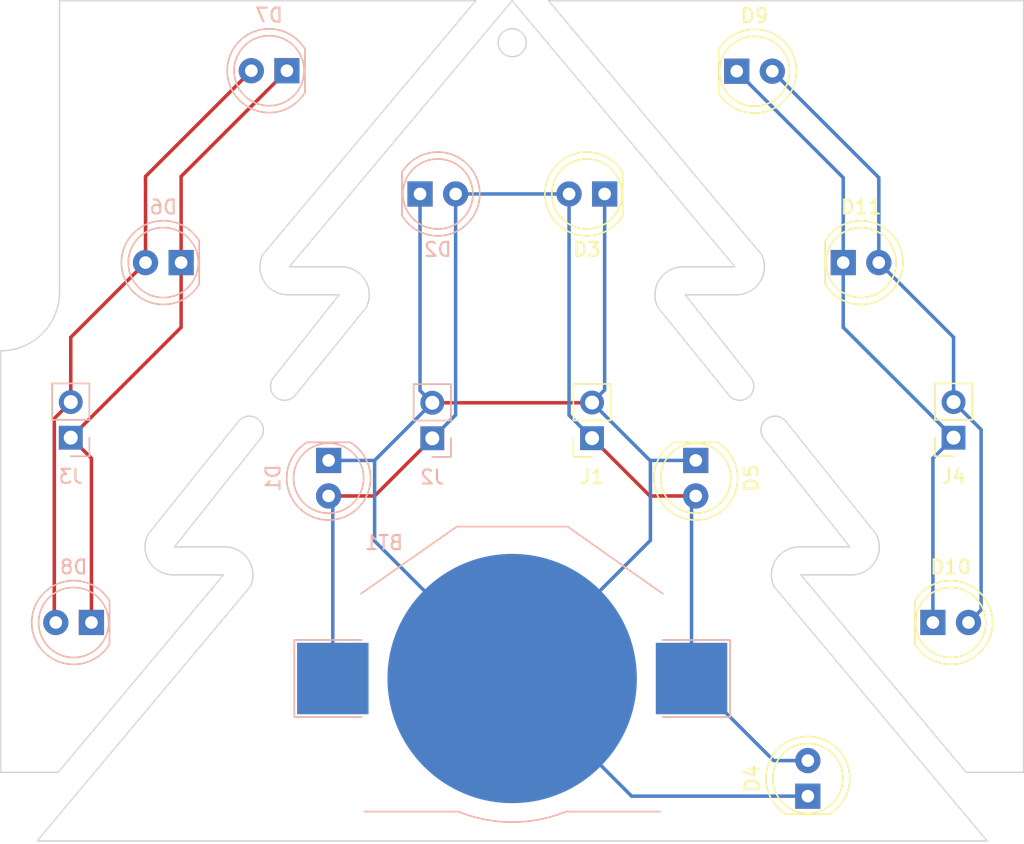
<source format=kicad_pcb>
(kicad_pcb (version 20211014) (generator pcbnew)
  (layers (0 "F.Cu" signal) (31 "B.Cu" signal) (34 "B.Paste" user) (35 "F.Paste" user) (36 "B.SilkS" user "B.Silkscreen") (37 "F.SilkS" user "F.Silkscreen") (38 "B.Mask" user) (39 "F.Mask" user) (44 "Edge.Cuts" user))
  (net 0 "")
  (net 1 "Net-(BT1-Pad1)")
  (net 2 "Net-(BT1-Pad2)")
  (net 3 "Net-(D6-Pad1)")
  (net 4 "Net-(D6-Pad2)")
  (net 5 "Net-(D10-Pad1)")
  (net 6 "Net-(D10-Pad2)")
  (footprint "Connector:mouse-bite-2mm-slot" (layer "F.Cu") (at 124.8 106.1 -128.7)
    (fp_text reference "mouse-bite-2mm-slot" hide)
    (fp_text value "VAL**" hide)
    (fp_arc (start 2 1) (mid 1 0) (end 2 -1) (layer "Edge.Cuts") (width 0.1))
    (fp_arc (start -2 -1) (mid -1 0) (end -2 1) (layer "Edge.Cuts") (width 0.1))
    (pad "" np_thru_hole circle (at 0.75 0.75 231.3) (size 0.5 0.5) (drill 0.5) (layers F&B.Cu *.Mask))
    (pad "" np_thru_hole circle (at 0.75 -0.75 231.3) (size 0.5 0.5) (drill 0.5) (layers F&B.Cu *.Mask))
    (pad "" np_thru_hole circle (at 0 0.75 231.3) (size 0.5 0.5) (drill 0.5) (layers F&B.Cu *.Mask))
    (pad "" np_thru_hole circle (at 0 -0.75 231.3) (size 0.5 0.5) (drill 0.5) (layers F&B.Cu *.Mask))
    (pad "" np_thru_hole circle (at -0.75 0.75 231.3) (size 0.5 0.5) (drill 0.5) (layers F&B.Cu *.Mask))
    (pad "" np_thru_hole circle (at -0.75 -0.75 231.3) (size 0.5 0.5) (drill 0.5) (layers F&B.Cu *.Mask))
  )
  (footprint "LED_THT:LED_D5.0mm" (layer "F.Cu") (at 163.4 133.8 90)
    (fp_text reference "D4" (at 1.27 -3.96 90) (layer "F.SilkS"))
    (fp_text value "LED")
    (fp_line (start -1.29 -1.545) (end -1.29 1.545) (layer "F.SilkS") (width 0.12))
    (fp_arc (start -1.29 -1.54483) (mid 2.072002 -2.880433) (end 4.26 0.000462) (layer "F.SilkS") (width 0.12))
    (fp_arc (start 4.26 -0.000462) (mid 2.072002 2.880433) (end -1.29 1.54483) (layer "F.SilkS") (width 0.12))
    (fp_circle (center 1.27 0) (end 3.77 0) (layer "F.SilkS") (width 0.12) (fill none))
    (pad "1" thru_hole rect (at 0 0 90) (size 1.8 1.8) (drill 0.9) (layers *.Cu *.Mask) (net 2 "Net-(BT1-Pad2)"))
    (pad "2" thru_hole circle (at 2.54 0 90) (size 1.8 1.8) (drill 0.9) (layers *.Cu *.Mask) (net 1 "Net-(BT1-Pad1)"))
  )
  (footprint "Connector_PinSocket_2.54mm:PinSocket_1x02_P2.54mm_Vertical" (layer "F.Cu") (at 173.8 108.2 180)
    (fp_text reference "J4" (at 0 -2.77) (layer "F.SilkS"))
    (fp_text value "Conn_01x02_Female" hide)
    (fp_line (start -1.33 1.27) (end 1.33 1.27) (layer "F.SilkS") (width 0.12))
    (fp_line (start -1.33 1.27) (end -1.33 3.87) (layer "F.SilkS") (width 0.12))
    (fp_line (start -1.33 3.87) (end 1.33 3.87) (layer "F.SilkS") (width 0.12))
    (fp_line (start 1.33 -1.33) (end 1.33 0) (layer "F.SilkS") (width 0.12))
    (fp_line (start 0 -1.33) (end 1.33 -1.33) (layer "F.SilkS") (width 0.12))
    (fp_line (start 1.33 1.27) (end 1.33 3.87) (layer "F.SilkS") (width 0.12))
    (pad "1" thru_hole rect (at 0 0 180) (size 1.7 1.7) (drill 1) (layers *.Cu *.Mask) (net 5 "Net-(D10-Pad1)"))
    (pad "2" thru_hole oval (at 0 2.54 180) (size 1.7 1.7) (drill 1) (layers *.Cu *.Mask) (net 6 "Net-(D10-Pad2)"))
  )
  (footprint "LED_THT:LED_D5.0mm" (layer "F.Cu") (at 165.925 95.7)
    (fp_text reference "D11" (at 1.27 -3.96) (layer "F.SilkS"))
    (fp_text value "LED")
    (fp_line (start -1.29 -1.545) (end -1.29 1.545) (layer "F.SilkS") (width 0.12))
    (fp_arc (start -1.29 -1.54483) (mid 2.072002 -2.880433) (end 4.26 0.000462) (layer "F.SilkS") (width 0.12))
    (fp_arc (start 4.26 -0.000462) (mid 2.072002 2.880433) (end -1.29 1.54483) (layer "F.SilkS") (width 0.12))
    (fp_circle (center 1.27 0) (end 3.77 0) (layer "F.SilkS") (width 0.12) (fill none))
    (pad "1" thru_hole rect (at 0 0) (size 1.8 1.8) (drill 0.9) (layers *.Cu *.Mask) (net 5 "Net-(D10-Pad1)"))
    (pad "2" thru_hole circle (at 2.54 0) (size 1.8 1.8) (drill 0.9) (layers *.Cu *.Mask) (net 6 "Net-(D10-Pad2)"))
  )
  (footprint "LED_THT:LED_D5.0mm" (layer "F.Cu") (at 172.325 121.4)
    (fp_text reference "D10" (at 1.27 -3.96) (layer "F.SilkS"))
    (fp_text value "LED")
    (fp_line (start -1.29 -1.545) (end -1.29 1.545) (layer "F.SilkS") (width 0.12))
    (fp_arc (start 4.26 -0.000462) (mid 2.072002 2.880433) (end -1.29 1.54483) (layer "F.SilkS") (width 0.12))
    (fp_arc (start -1.29 -1.54483) (mid 2.072002 -2.880433) (end 4.26 0.000462) (layer "F.SilkS") (width 0.12))
    (fp_circle (center 1.27 0) (end 3.77 0) (layer "F.SilkS") (width 0.12) (fill none))
    (pad "1" thru_hole rect (at 0 0) (size 1.8 1.8) (drill 0.9) (layers *.Cu *.Mask) (net 5 "Net-(D10-Pad1)"))
    (pad "2" thru_hole circle (at 2.54 0) (size 1.8 1.8) (drill 0.9) (layers *.Cu *.Mask) (net 6 "Net-(D10-Pad2)"))
  )
  (footprint "Connector_PinSocket_2.54mm:PinSocket_1x02_P2.54mm_Vertical" (layer "F.Cu") (at 148 108.235 180)
    (fp_text reference "J1" (at 0 -2.77) (layer "F.SilkS"))
    (fp_text value "Conn_01x02_Female" hide)
    (fp_line (start -1.33 1.27) (end 1.33 1.27) (layer "F.SilkS") (width 0.12))
    (fp_line (start 1.33 -1.33) (end 1.33 0) (layer "F.SilkS") (width 0.12))
    (fp_line (start 0 -1.33) (end 1.33 -1.33) (layer "F.SilkS") (width 0.12))
    (fp_line (start -1.33 3.87) (end 1.33 3.87) (layer "F.SilkS") (width 0.12))
    (fp_line (start -1.33 1.27) (end -1.33 3.87) (layer "F.SilkS") (width 0.12))
    (fp_line (start 1.33 1.27) (end 1.33 3.87) (layer "F.SilkS") (width 0.12))
    (pad "1" thru_hole rect (at 0 0 180) (size 1.7 1.7) (drill 1) (layers *.Cu *.Mask) (net 1 "Net-(BT1-Pad1)"))
    (pad "2" thru_hole oval (at 0 2.54 180) (size 1.7 1.7) (drill 1) (layers *.Cu *.Mask) (net 2 "Net-(BT1-Pad2)"))
  )
  (footprint "LED_THT:LED_D5.0mm" (layer "F.Cu") (at 148.9 90.8 180)
    (fp_text reference "D3" (at 1.27 -3.96) (layer "F.SilkS"))
    (fp_text value "LED")
    (fp_line (start -1.29 -1.545) (end -1.29 1.545) (layer "F.SilkS") (width 0.12))
    (fp_arc (start -1.29 -1.54483) (mid 2.072002 -2.880433) (end 4.26 0.000462) (layer "F.SilkS") (width 0.12))
    (fp_arc (start 4.26 -0.000462) (mid 2.072002 2.880433) (end -1.29 1.54483) (layer "F.SilkS") (width 0.12))
    (fp_circle (center 1.27 0) (end 3.77 0) (layer "F.SilkS") (width 0.12) (fill none))
    (pad "1" thru_hole rect (at 0 0 180) (size 1.8 1.8) (drill 0.9) (layers *.Cu *.Mask) (net 2 "Net-(BT1-Pad2)"))
    (pad "2" thru_hole circle (at 2.54 0 180) (size 1.8 1.8) (drill 0.9) (layers *.Cu *.Mask) (net 1 "Net-(BT1-Pad1)"))
  )
  (footprint "LED_THT:LED_D5.0mm" (layer "F.Cu") (at 158.325 82.035)
    (fp_text reference "D9" (at 1.27 -3.96) (layer "F.SilkS"))
    (fp_text value "LED")
    (fp_line (start -1.29 -1.545) (end -1.29 1.545) (layer "F.SilkS") (width 0.12))
    (fp_arc (start 4.26 -0.000462) (mid 2.072002 2.880433) (end -1.29 1.54483) (layer "F.SilkS") (width 0.12))
    (fp_arc (start -1.29 -1.54483) (mid 2.072002 -2.880433) (end 4.26 0.000462) (layer "F.SilkS") (width 0.12))
    (fp_circle (center 1.27 0) (end 3.77 0) (layer "F.SilkS") (width 0.12) (fill none))
    (pad "1" thru_hole rect (at 0 0) (size 1.8 1.8) (drill 0.9) (layers *.Cu *.Mask) (net 5 "Net-(D10-Pad1)"))
    (pad "2" thru_hole circle (at 2.54 0) (size 1.8 1.8) (drill 0.9) (layers *.Cu *.Mask) (net 6 "Net-(D10-Pad2)"))
  )
  (footprint "LED_THT:LED_D5.0mm" (layer "F.Cu") (at 155.4 109.825 -90)
    (fp_text reference "D5" (at 1.27 -3.96 90) (layer "F.SilkS"))
    (fp_text value "LED")
    (fp_line (start -1.29 -1.545) (end -1.29 1.545) (layer "F.SilkS") (width 0.12))
    (fp_arc (start 4.26 -0.000462) (mid 2.072002 2.880433) (end -1.29 1.54483) (layer "F.SilkS") (width 0.12))
    (fp_arc (start -1.29 -1.54483) (mid 2.072002 -2.880433) (end 4.26 0.000462) (layer "F.SilkS") (width 0.12))
    (fp_circle (center 1.27 0) (end 3.77 0) (layer "F.SilkS") (width 0.12) (fill none))
    (pad "1" thru_hole rect (at 0 0 270) (size 1.8 1.8) (drill 0.9) (layers *.Cu *.Mask) (net 2 "Net-(BT1-Pad2)"))
    (pad "2" thru_hole circle (at 2.54 0 270) (size 1.8 1.8) (drill 0.9) (layers *.Cu *.Mask) (net 1 "Net-(BT1-Pad1)"))
  )
  (footprint "LED_THT:LED_D5.0mm" (layer "B.Cu") (at 112.275 121.4 180)
    (fp_text reference "D8" (at 1.27 3.96) (layer "B.SilkS") (effects (justify mirror)))
    (fp_text value "LED")
    (fp_line (start -1.29 1.545) (end -1.29 -1.545) (layer "B.SilkS") (width 0.12))
    (fp_arc (start 4.26 -0.000462) (mid 2.072002 2.880433) (end -1.29 1.54483) (layer "B.SilkS") (width 0.12))
    (fp_arc (start -1.29 -1.54483) (mid 2.072002 -2.880433) (end 4.26 0.000462) (layer "B.SilkS") (width 0.12))
    (fp_circle (center 1.27 0) (end 3.77 0) (layer "B.SilkS") (width 0.12) (fill none))
    (pad "1" thru_hole rect (at 0 0 180) (size 1.8 1.8) (drill 0.9) (layers *.Cu *.Mask) (net 3 "Net-(D6-Pad1)"))
    (pad "2" thru_hole circle (at 2.54 0 180) (size 1.8 1.8) (drill 0.9) (layers *.Cu *.Mask) (net 4 "Net-(D6-Pad2)"))
  )
  (footprint "LED_THT:LED_D5.0mm" (layer "B.Cu") (at 126.225 82 180)
    (fp_text reference "D7" (at 1.27 3.96) (layer "B.SilkS") (effects (justify mirror)))
    (fp_text value "LED")
    (fp_line (start -1.29 1.545) (end -1.29 -1.545) (layer "B.SilkS") (width 0.12))
    (fp_arc (start 4.26 -0.000462) (mid 2.072002 2.880433) (end -1.29 1.54483) (layer "B.SilkS") (width 0.12))
    (fp_arc (start -1.29 -1.54483) (mid 2.072002 -2.880433) (end 4.26 0.000462) (layer "B.SilkS") (width 0.12))
    (fp_circle (center 1.27 0) (end 3.77 0) (layer "B.SilkS") (width 0.12) (fill none))
    (pad "1" thru_hole rect (at 0 0 180) (size 1.8 1.8) (drill 0.9) (layers *.Cu *.Mask) (net 3 "Net-(D6-Pad1)"))
    (pad "2" thru_hole circle (at 2.54 0 180) (size 1.8 1.8) (drill 0.9) (layers *.Cu *.Mask) (net 4 "Net-(D6-Pad2)"))
  )
  (footprint "Battery:BatteryHolder_Keystone_3002_1x2032" (layer "B.Cu") (at 142.3 125.4)
    (fp_text reference "BT1" (at -9.15 -9.7) (layer "B.SilkS") (effects (justify mirror)))
    (fp_text value "3V")
    (fp_line (start 15.55 2.75) (end 10.75 2.75) (layer "B.SilkS") (width 0.12))
    (fp_line (start -10.75 2.75) (end -15.55 2.75) (layer "B.SilkS") (width 0.12))
    (fp_line (start 10.75 -2.75) (end 15.55 -2.75) (layer "B.SilkS") (width 0.12))
    (fp_line (start 10.55 9.5) (end 3.85 9.5) (layer "B.SilkS") (width 0.12))
    (fp_line (start 15.55 -2.75) (end 15.55 2.75) (layer "B.SilkS") (width 0.12))
    (fp_line (start -15.55 -2.75) (end -10.75 -2.75) (layer "B.SilkS") (width 0.12))
    (fp_line (start -10.55 9.5) (end -3.85 9.5) (layer "B.SilkS") (width 0.12))
    (fp_line (start -3.95 -10.85) (end 3.95 -10.85) (layer "B.SilkS") (width 0.12))
    (fp_line (start -15.55 2.75) (end -15.55 -2.75) (layer "B.SilkS") (width 0.12))
    (fp_line (start -10.8 -6.05) (end -3.95 -10.85) (layer "B.SilkS") (width 0.12))
    (fp_line (start 3.95 -10.85) (end 10.75 -6.05) (layer "B.SilkS") (width 0.12))
    (fp_arc (start 3.85 9.5) (mid 0.00195 10.250488) (end -3.846385 9.501464) (layer "B.SilkS") (width 0.12))
    (pad "1" smd rect (at 12.8 0) (size 5.1 5.1) (layers "B.Cu" "B.Paste" "B.Mask") (net 1 "Net-(BT1-Pad1)"))
    (pad "1" smd rect (at -12.8 0) (size 5.1 5.1) (layers "B.Cu" "B.Paste" "B.Mask") (net 1 "Net-(BT1-Pad1)"))
    (pad "2" smd circle (at 0 0) (size 17.8 17.8) (layers "B.Cu" "B.Mask") (net 2 "Net-(BT1-Pad2)"))
  )
  (footprint "LED_THT:LED_D5.0mm" (layer "B.Cu") (at 129.2 109.825 -90)
    (fp_text reference "D1" (at 1.27 3.96 90) (layer "B.SilkS") (effects (justify mirror)))
    (fp_text value "LED")
    (fp_line (start -1.29 1.545) (end -1.29 -1.545) (layer "B.SilkS") (width 0.12))
    (fp_arc (start 4.26 -0.000462) (mid 2.072002 2.880433) (end -1.29 1.54483) (layer "B.SilkS") (width 0.12))
    (fp_arc (start -1.29 -1.54483) (mid 2.072002 -2.880433) (end 4.26 0.000462) (layer "B.SilkS") (width 0.12))
    (fp_circle (center 1.27 0) (end 3.77 0) (layer "B.SilkS") (width 0.12) (fill none))
    (pad "1" thru_hole rect (at 0 0 270) (size 1.8 1.8) (drill 0.9) (layers *.Cu *.Mask) (net 2 "Net-(BT1-Pad2)"))
    (pad "2" thru_hole circle (at 2.54 0 270) (size 1.8 1.8) (drill 0.9) (layers *.Cu *.Mask) (net 1 "Net-(BT1-Pad1)"))
  )
  (footprint "LED_THT:LED_D5.0mm" (layer "B.Cu") (at 118.675 95.7 180)
    (fp_text reference "D6" (at 1.27 3.96) (layer "B.SilkS") (effects (justify mirror)))
    (fp_text value "LED")
    (fp_line (start -1.29 1.545) (end -1.29 -1.545) (layer "B.SilkS") (width 0.12))
    (fp_arc (start 4.26 -0.000462) (mid 2.072002 2.880433) (end -1.29 1.54483) (layer "B.SilkS") (width 0.12))
    (fp_arc (start -1.29 -1.54483) (mid 2.072002 -2.880433) (end 4.26 0.000462) (layer "B.SilkS") (width 0.12))
    (fp_circle (center 1.27 0) (end 3.77 0) (layer "B.SilkS") (width 0.12) (fill none))
    (pad "1" thru_hole rect (at 0 0 180) (size 1.8 1.8) (drill 0.9) (layers *.Cu *.Mask) (net 3 "Net-(D6-Pad1)"))
    (pad "2" thru_hole circle (at 2.54 0 180) (size 1.8 1.8) (drill 0.9) (layers *.Cu *.Mask) (net 4 "Net-(D6-Pad2)"))
  )
  (footprint "Connector_PinSocket_2.54mm:PinSocket_1x02_P2.54mm_Vertical" (layer "B.Cu") (at 110.8 108.2)
    (fp_text reference "J3" (at 0 2.77) (layer "B.SilkS") (effects (justify mirror)))
    (fp_text value "Conn_01x02_Female" hide)
    (fp_line (start 1.33 1.33) (end 1.33 0) (layer "B.SilkS") (width 0.12))
    (fp_line (start -1.33 -1.27) (end 1.33 -1.27) (layer "B.SilkS") (width 0.12))
    (fp_line (start -1.33 -3.87) (end 1.33 -3.87) (layer "B.SilkS") (width 0.12))
    (fp_line (start 1.33 -1.27) (end 1.33 -3.87) (layer "B.SilkS") (width 0.12))
    (fp_line (start 0 1.33) (end 1.33 1.33) (layer "B.SilkS") (width 0.12))
    (fp_line (start -1.33 -1.27) (end -1.33 -3.87) (layer "B.SilkS") (width 0.12))
    (pad "1" thru_hole rect locked (at 0 0) (size 1.7 1.7) (drill 1) (layers *.Cu *.Mask) (net 3 "Net-(D6-Pad1)"))
    (pad "2" thru_hole oval (at 0 -2.54) (size 1.7 1.7) (drill 1) (layers *.Cu *.Mask) (net 4 "Net-(D6-Pad2)"))
  )
  (footprint "Connector:mouse-bite-2mm-slot" (layer "B.Cu") (at 159.8 106.1 -51.3)
    (fp_text reference "mouse-bite-2mm-slot" hide)
    (fp_text value "VAL**" hide)
    (fp_arc (start -2 -1) (mid -1 0) (end -2 1) (layer "Edge.Cuts") (width 0.1))
    (fp_arc (start 2 1) (mid 1 0) (end 2 -1) (layer "Edge.Cuts") (width 0.1))
    (pad "" np_thru_hole circle (at 0.75 -0.75 308.7) (size 0.5 0.5) (drill 0.5) (layers *.Cu *.Mask))
    (pad "" np_thru_hole circle (at 0 0.75 308.7) (size 0.5 0.5) (drill 0.5) (layers *.Cu *.Mask))
    (pad "" np_thru_hole circle (at -0.75 0.75 308.7) (size 0.5 0.5) (drill 0.5) (layers *.Cu *.Mask))
    (pad "" np_thru_hole circle (at 0 -0.75 308.7) (size 0.5 0.5) (drill 0.5) (layers *.Cu *.Mask))
    (pad "" np_thru_hole circle (at 0.75 0.75 308.7) (size 0.5 0.5) (drill 0.5) (layers *.Cu *.Mask))
    (pad "" np_thru_hole circle (at -0.75 -0.75 308.7) (size 0.5 0.5) (drill 0.5) (layers *.Cu *.Mask))
  )
  (footprint "Connector_PinSocket_2.54mm:PinSocket_1x02_P2.54mm_Vertical" (layer "B.Cu") (at 136.6 108.25)
    (fp_text reference "J2" (at 0 2.77) (layer "B.SilkS") (effects (justify mirror)))
    (fp_text value "Conn_01x02_Female" hide)
    (fp_line (start 1.33 1.33) (end 1.33 0) (layer "B.SilkS") (width 0.12))
    (fp_line (start 1.33 -1.27) (end 1.33 -3.87) (layer "B.SilkS") (width 0.12))
    (fp_line (start -1.33 -1.27) (end 1.33 -1.27) (layer "B.SilkS") (width 0.12))
    (fp_line (start -1.33 -1.27) (end -1.33 -3.87) (layer "B.SilkS") (width 0.12))
    (fp_line (start 0 1.33) (end 1.33 1.33) (layer "B.SilkS") (width 0.12))
    (fp_line (start -1.33 -3.87) (end 1.33 -3.87) (layer "B.SilkS") (width 0.12))
    (pad "1" thru_hole rect (at 0 0) (size 1.7 1.7) (drill 1) (layers *.Cu *.Mask) (net 1 "Net-(BT1-Pad1)"))
    (pad "2" thru_hole oval (at 0 -2.54) (size 1.7 1.7) (drill 1) (layers *.Cu *.Mask) (net 2 "Net-(BT1-Pad2)"))
  )
  (footprint "LED_THT:LED_D5.0mm" (layer "B.Cu") (at 135.725 90.8)
    (fp_text reference "D2" (at 1.27 3.96) (layer "B.SilkS") (effects (justify mirror)))
    (fp_text value "LED")
    (fp_line (start -1.29 1.545) (end -1.29 -1.545) (layer "B.SilkS") (width 0.12))
    (fp_arc (start -1.29 -1.54483) (mid 2.072002 -2.880433) (end 4.26 0.000462) (layer "B.SilkS") (width 0.12))
    (fp_arc (start 4.26 -0.000462) (mid 2.072002 2.880433) (end -1.29 1.54483) (layer "B.SilkS") (width 0.12))
    (fp_circle (center 1.27 0) (end 3.77 0) (layer "B.SilkS") (width 0.12) (fill none))
    (pad "1" thru_hole rect (at 0 0) (size 1.8 1.8) (drill 0.9) (layers *.Cu *.Mask) (net 2 "Net-(BT1-Pad2)"))
    (pad "2" thru_hole circle (at 2.54 0) (size 1.8 1.8) (drill 0.9) (layers *.Cu *.Mask) (net 1 "Net-(BT1-Pad1)"))
  )
  (gr_line (start 178.8 77) (end 144.9 77) (layer "Edge.Cuts") (width 0.1))
  (gr_line (start 161.830916 107.035618) (end 168.288854 115.105573) (layer "Edge.Cuts") (width 0.1))
  (gr_line (start 162.9 118) (end 174.7 132.1) (layer "Edge.Cuts") (width 0.1))
  (gr_line (start 158.3 98) (end 154.65 98) (layer "Edge.Cuts") (width 0.1))
  (gr_arc (start 160.103046 95.134538) (mid 159.992767 97.065147) (end 158.3 98) (layer "Edge.Cuts") (width 0.1))
  (gr_arc (start 130.1 96) (mid 131.801302 96.948538) (end 131.888854 98.894427) (layer "Edge.Cuts") (width 0.1))
  (gr_line (start 124.496954 95.134538) (end 139.7 77) (layer "Edge.Cuts") (width 0.1))
  (gr_line (start 125.270055 103.913897) (end 129.95 98) (layer "Edge.Cuts") (width 0.1))
  (gr_arc (start 126.3 98) (mid 124.607232 97.065147) (end 124.496954 95.134538) (layer "Edge.Cuts") (width 0.1))
  (gr_line (start 121.7 118) (end 118.1 118) (layer "Edge.Cuts") (width 0.1))
  (gr_arc (start 152.7 98.9) (mid 152.787574 96.954123) (end 154.488854 96.005573) (layer "Edge.Cuts") (width 0.1))
  (gr_line (start 166.4 116) (end 160.270055 108.286103) (layer "Edge.Cuts") (width 0.1))
  (gr_arc (start 118.1 118) (mid 116.398698 117.051462) (end 116.311146 115.105573) (layer "Edge.Cuts") (width 0.1))
  (gr_line (start 166.4 116) (end 162.8 116) (layer "Edge.Cuts") (width 0.1))
  (gr_line (start 131.888854 98.894427) (end 126.830916 105.164382) (layer "Edge.Cuts") (width 0.1))
  (gr_line (start 166.5 118) (end 162.9 118) (layer "Edge.Cuts") (width 0.1))
  (gr_line (start 160.976157 118.820729) (end 176.2 137) (layer "Edge.Cuts") (width 0.1))
  (gr_line (start 178.8 132.1) (end 178.8 77) (layer "Edge.Cuts") (width 0.1))
  (gr_arc (start 121.8 116) (mid 123.479503 116.914058) (end 123.623843 118.820729) (layer "Edge.Cuts") (width 0.1))
  (gr_line (start 176.2 137) (end 108.4 137) (layer "Edge.Cuts") (width 0.1))
  (gr_line (start 124.329945 108.286103) (end 118.2 116) (layer "Edge.Cuts") (width 0.1))
  (gr_line (start 105.8 102) (end 105.8 132.1) (layer "Edge.Cuts") (width 0.1))
  (gr_line (start 158.2 96) (end 154.488854 96.005573) (layer "Edge.Cuts") (width 0.1))
  (gr_line (start 109.9 132.1) (end 121.7 118) (layer "Edge.Cuts") (width 0.1))
  (gr_line (start 105.8 132.1) (end 109.9 132.1) (layer "Edge.Cuts") (width 0.1))
  (gr_arc (start 168.288854 115.105573) (mid 168.201301 117.051462) (end 166.5 118) (layer "Edge.Cuts") (width 0.1))
  (gr_line (start 130.1 96) (end 126.4 96) (layer "Edge.Cuts") (width 0.1))
  (gr_line (start 154.65 98) (end 159.329945 103.913897) (layer "Edge.Cuts") (width 0.1))
  (gr_line (start 139.7 77) (end 110 77) (layer "Edge.Cuts") (width 0.1))
  (gr_line (start 126.4 96) (end 142.3 77) (layer "Edge.Cuts") (width 0.1))
  (gr_line (start 110 97.8) (end 110 77) (layer "Edge.Cuts") (width 0.1))
  (gr_line (start 116.311146 115.105573) (end 122.769084 107.035618) (layer "Edge.Cuts") (width 0.1))
  (gr_line (start 142.3 77) (end 158.2 96) (layer "Edge.Cuts") (width 0.1))
  (gr_line (start 157.769084 105.164382) (end 152.7 98.9) (layer "Edge.Cuts") (width 0.1))
  (gr_line (start 174.7 132.1) (end 178.8 132.1) (layer "Edge.Cuts") (width 0.1))
  (gr_line (start 121.8 116) (end 118.2 116) (layer "Edge.Cuts") (width 0.1))
  (gr_line (start 144.9 77) (end 160.103046 95.134538) (layer "Edge.Cuts") (width 0.1))
  (gr_arc (start 160.976157 118.820729) (mid 161.120498 116.914058) (end 162.8 116) (layer "Edge.Cuts") (width 0.1))
  (gr_arc (start 110 97.8) (mid 108.770083 100.770083) (end 105.8 102) (layer "Edge.Cuts") (width 0.1))
  (gr_circle (center 142.3 80) (end 142.3 81) (layer "Edge.Cuts") (width 0.1) (fill none))
  (gr_line (start 108.4 137) (end 123.623843 118.820729) (layer "Edge.Cuts") (width 0.1))
  (gr_line (start 129.95 98) (end 126.3 98) (layer "Edge.Cuts") (width 0.1))
  (segment (start 132.485 112.365) (end 136.6 108.25) (width 0.25) (layer "F.Cu") (net 1))
  (segment (start 155.4 112.365) (end 152.13 112.365) (width 0.25) (layer "F.Cu") (net 1))
  (segment (start 152.13 112.365) (end 148 108.235) (width 0.25) (layer "F.Cu") (net 1))
  (segment (start 129.2 112.365) (end 132.485 112.365) (width 0.25) (layer "F.Cu") (net 1))
  (segment (start 129.5 112.665) (end 129.2 112.365) (width 0.25) (layer "B.Cu") (net 1))
  (segment (start 138.265 106.585) (end 138.265 90.8) (width 0.25) (layer "B.Cu") (net 1))
  (segment (start 148 108.235) (end 146.36 106.595) (width 0.25) (layer "B.Cu") (net 1))
  (segment (start 160.96 131.26) (end 155.1 125.4) (width 0.25) (layer "B.Cu") (net 1))
  (segment (start 163.4 131.26) (end 160.96 131.26) (width 0.25) (layer "B.Cu") (net 1))
  (segment (start 136.6 108.25) (end 138.265 106.585) (width 0.25) (layer "B.Cu") (net 1))
  (segment (start 155.1 112.665) (end 155.4 112.365) (width 0.25) (layer "B.Cu") (net 1))
  (segment (start 129.5 125.4) (end 129.5 112.665) (width 0.25) (layer "B.Cu") (net 1))
  (segment (start 146.36 106.595) (end 146.36 90.8) (width 0.25) (layer "B.Cu") (net 1))
  (segment (start 138.265 90.8) (end 146.36 90.8) (width 0.25) (layer "B.Cu") (net 1))
  (segment (start 155.1 125.4) (end 155.1 112.665) (width 0.25) (layer "B.Cu") (net 1))
  (segment (start 147.985 105.71) (end 148 105.695) (width 0.25) (layer "F.Cu") (net 2))
  (segment (start 147.95 105.71) (end 148 105.66) (width 0.25) (layer "F.Cu") (net 2))
  (segment (start 136.6 105.71) (end 147.985 105.71) (width 0.25) (layer "F.Cu") (net 2))
  (segment (start 148.9 90.8) (end 148.9 104.795) (width 0.25) (layer "B.Cu") (net 2))
  (segment (start 155.4 109.825) (end 152.165 109.825) (width 0.25) (layer "B.Cu") (net 2))
  (segment (start 152.165 115.535) (end 152.165 109.825) (width 0.25) (layer "B.Cu") (net 2))
  (segment (start 142.3 125.4) (end 152.165 115.535) (width 0.25) (layer "B.Cu") (net 2))
  (segment (start 152.13 109.825) (end 148 105.695) (width 0.25) (layer "B.Cu") (net 2))
  (segment (start 148.9 104.795) (end 148 105.695) (width 0.25) (layer "B.Cu") (net 2))
  (segment (start 135.725 104.835) (end 136.6 105.71) (width 0.25) (layer "B.Cu") (net 2))
  (segment (start 129.2 109.825) (end 132.485 109.825) (width 0.25) (layer "B.Cu") (net 2))
  (segment (start 135.725 90.8) (end 135.725 104.835) (width 0.25) (layer "B.Cu") (net 2))
  (segment (start 142.3 125.4) (end 132.485 115.585) (width 0.25) (layer "B.Cu") (net 2))
  (segment (start 150.825 133.8) (end 142.425 125.4) (width 0.25) (layer "B.Cu") (net 2))
  (segment (start 132.485 115.585) (end 132.485 109.825) (width 0.25) (layer "B.Cu") (net 2))
  (segment (start 132.485 109.825) (end 136.6 105.71) (width 0.25) (layer "B.Cu") (net 2))
  (segment (start 163.4 133.8) (end 150.825 133.8) (width 0.25) (layer "B.Cu") (net 2))
  (segment (start 152.165 109.825) (end 152.13 109.825) (width 0.25) (layer "B.Cu") (net 2))
  (segment (start 118.675 100.325) (end 110.8 108.2) (width 0.25) (layer "F.Cu") (net 3))
  (segment (start 118.675 89.55) (end 126.225 82) (width 0.25) (layer "F.Cu") (net 3))
  (segment (start 112.275 121.4) (end 112.275 109.675) (width 0.25) (layer "F.Cu") (net 3))
  (segment (start 118.675 95.7) (end 118.675 100.325) (width 0.25) (layer "F.Cu") (net 3))
  (segment (start 118.675 95.7) (end 118.675 89.55) (width 0.25) (layer "F.Cu") (net 3))
  (segment (start 112.275 109.675) (end 110.8 108.2) (width 0.25) (layer "F.Cu") (net 3))
  (segment (start 116.135 89.55) (end 123.685 82) (width 0.25) (layer "F.Cu") (net 4))
  (segment (start 110.8 105.66) (end 109.625 106.835) (width 0.25) (layer "F.Cu") (net 4))
  (segment (start 110.8 101.035) (end 116.135 95.7) (width 0.25) (layer "F.Cu") (net 4))
  (segment (start 109.625 106.835) (end 109.625 121.29) (width 0.25) (layer "F.Cu") (net 4))
  (segment (start 116.135 95.7) (end 116.135 89.55) (width 0.25) (layer "F.Cu") (net 4))
  (segment (start 110.8 105.66) (end 110.8 101.035) (width 0.25) (layer "F.Cu") (net 4))
  (segment (start 109.625 121.29) (end 109.735 121.4) (width 0.25) (layer "F.Cu") (net 4))
  (segment (start 165.925 89.635) (end 158.325 82.035) (width 0.25) (layer "B.Cu") (net 5))
  (segment (start 172.325 109.675) (end 173.8 108.2) (width 0.25) (layer "B.Cu") (net 5))
  (segment (start 165.925 95.7) (end 165.925 89.635) (width 0.25) (layer "B.Cu") (net 5))
  (segment (start 165.925 95.7) (end 165.925 100.325) (width 0.25) (layer "B.Cu") (net 5))
  (segment (start 172.325 121.4) (end 172.325 109.675) (width 0.25) (layer "B.Cu") (net 5))
  (segment (start 165.925 100.325) (end 173.8 108.2) (width 0.25) (layer "B.Cu") (net 5))
  (segment (start 175.765 107.625) (end 173.8 105.66) (width 0.25) (layer "B.Cu") (net 6))
  (segment (start 174.865 121.4) (end 175.765 120.5) (width 0.25) (layer "B.Cu") (net 6))
  (segment (start 175.765 120.5) (end 175.765 107.625) (width 0.25) (layer "B.Cu") (net 6))
  (segment (start 168.465 89.635) (end 160.865 82.035) (width 0.25) (layer "B.Cu") (net 6))
  (segment (start 173.8 105.66) (end 173.8 101.035) (width 0.25) (layer "B.Cu") (net 6))
  (segment (start 173.8 101.035) (end 168.465 95.7) (width 0.25) (layer "B.Cu") (net 6))
  (segment (start 168.465 95.7) (end 168.465 89.635) (width 0.25) (layer "B.Cu") (net 6))
)
</source>
